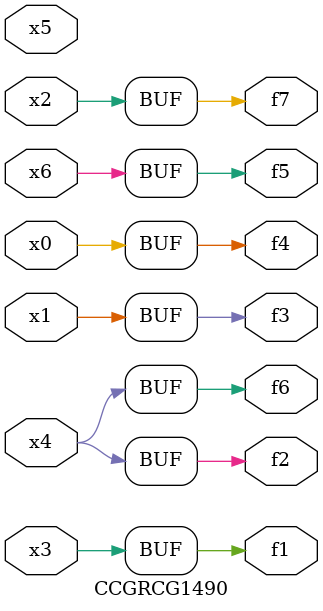
<source format=v>
module CCGRCG1490(
	input x0, x1, x2, x3, x4, x5, x6,
	output f1, f2, f3, f4, f5, f6, f7
);
	assign f1 = x3;
	assign f2 = x4;
	assign f3 = x1;
	assign f4 = x0;
	assign f5 = x6;
	assign f6 = x4;
	assign f7 = x2;
endmodule

</source>
